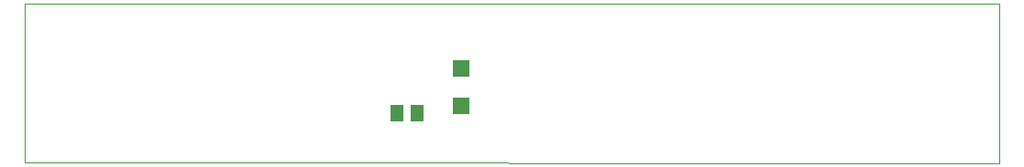
<source format=gtp>
G75*
G70*
%OFA0B0*%
%FSLAX24Y24*%
%IPPOS*%
%LPD*%
%AMOC8*
5,1,8,0,0,1.08239X$1,22.5*
%
%ADD10C,0.0000*%
%ADD11R,0.0591X0.0591*%
%ADD12R,0.0512X0.0591*%
D10*
X000254Y000496D02*
X000254Y006301D01*
X035707Y006286D01*
X035707Y000480D01*
X000254Y000496D01*
D11*
X016123Y002552D03*
X016123Y003930D03*
D12*
X014548Y002290D03*
X013800Y002290D03*
M02*

</source>
